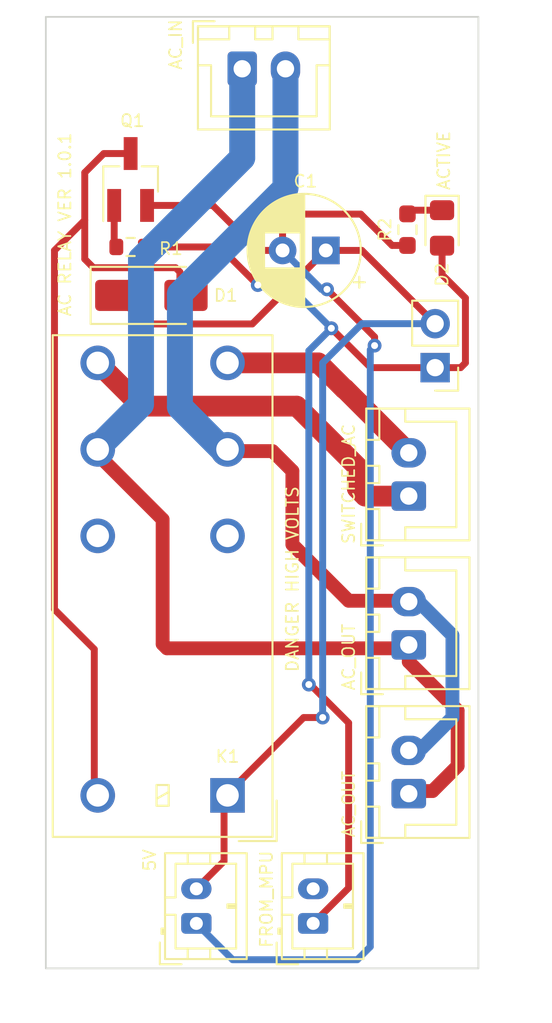
<source format=kicad_pcb>
(kicad_pcb (version 20221018) (generator pcbnew)
  (layers (0 "F.Cu" signal) (31 "B.Cu" signal) (34 "B.Paste" user) (35 "F.Paste" user) (36 "B.SilkS" user "B.Silkscreen") (37 "F.SilkS" user "F.Silkscreen") (38 "B.Mask" user) (39 "F.Mask" user) (44 "Edge.Cuts" user))
  (net 0 "")
  (net 1 "AC1")
  (net 2 "AC2")
  (net 3 "GND")
  (net 4 "5V")
  (net 5 "Net-(D1-A)")
  (net 6 "Net-(D2-K)")
  (net 7 "ACTIVATE")
  (net 8 "AC1OUT")
  (net 9 "AC2OUT")
  (net 11 "Net-(Q1-B)")
  (footprint "MountingHole:MountingHole_3.2mm_M3" (layer "F.Cu") (at 163.5 133.5)
    (fp_text reference "H1" hide)
    (fp_text value "MountingHole")
    (pad "" np_thru_hole circle (at 0 0) (size 3.2 3.2) (drill 3.2) (layers "*.Cu" "*.Mask"))
  )
  (footprint "Connector_JST:JST_XH_B2B-XH-A_1x02_P2.50mm_Vertical" (layer "F.Cu") (at 152.35 84)
    (fp_text reference "J6" hide)
    (fp_text value "Screw_Terminal_01x02")
    (fp_line (start -2.85 -2.75) (end -2.85 -1.5) (stroke (width 0.12)) (layer "F.SilkS"))
    (fp_line (start -2.56 -2.46) (end -2.56 3.51) (stroke (width 0.12)) (layer "F.SilkS"))
    (fp_line (start -2.56 3.51) (end 5.06 3.51) (stroke (width 0.12)) (layer "F.SilkS"))
    (fp_line (start -2.55 -2.45) (end -2.55 -1.7) (stroke (width 0.12)) (layer "F.SilkS"))
    (fp_line (start -2.55 -1.7) (end -0.75 -1.7) (stroke (width 0.12)) (layer "F.SilkS"))
    (fp_line (start -2.55 -0.2) (end -1.8 -0.2) (stroke (width 0.12)) (layer "F.SilkS"))
    (fp_line (start -1.8 -0.2) (end -1.8 2.75) (stroke (width 0.12)) (layer "F.SilkS"))
    (fp_line (start -1.8 2.75) (end 1.25 2.75) (stroke (width 0.12)) (layer "F.SilkS"))
    (fp_line (start -1.6 -2.75) (end -2.85 -2.75) (stroke (width 0.12)) (layer "F.SilkS"))
    (fp_line (start -0.75 -2.45) (end -2.55 -2.45) (stroke (width 0.12)) (layer "F.SilkS"))
    (fp_line (start -0.75 -1.7) (end -0.75 -2.45) (stroke (width 0.12)) (layer "F.SilkS"))
    (fp_line (start 0.75 -2.45) (end 0.75 -1.7) (stroke (width 0.12)) (layer "F.SilkS"))
    (fp_line (start 0.75 -1.7) (end 1.75 -1.7) (stroke (width 0.12)) (layer "F.SilkS"))
    (fp_line (start 1.75 -2.45) (end 0.75 -2.45) (stroke (width 0.12)) (layer "F.SilkS"))
    (fp_line (start 1.75 -1.7) (end 1.75 -2.45) (stroke (width 0.12)) (layer "F.SilkS"))
    (fp_line (start 3.25 -2.45) (end 3.25 -1.7) (stroke (width 0.12)) (layer "F.SilkS"))
    (fp_line (start 3.25 -1.7) (end 5.05 -1.7) (stroke (width 0.12)) (layer "F.SilkS"))
    (fp_line (start 4.3 -0.2) (end 4.3 2.75) (stroke (width 0.12)) (layer "F.SilkS"))
    (fp_line (start 4.3 2.75) (end 1.25 2.75) (stroke (width 0.12)) (layer "F.SilkS"))
    (fp_line (start 5.05 -2.45) (end 3.25 -2.45) (stroke (width 0.12)) (layer "F.SilkS"))
    (fp_line (start 5.05 -1.7) (end 5.05 -2.45) (stroke (width 0.12)) (layer "F.SilkS"))
    (fp_line (start 5.05 -0.2) (end 4.3 -0.2) (stroke (width 0.12)) (layer "F.SilkS"))
    (fp_line (start 5.06 -2.46) (end -2.56 -2.46) (stroke (width 0.12)) (layer "F.SilkS"))
    (fp_line (start 5.06 3.51) (end 5.06 -2.46) (stroke (width 0.12)) (layer "F.SilkS"))
    (pad "1" thru_hole roundrect (at 0 0) (size 1.7 2) (drill 1) (layers "*.Cu" "*.Mask") (roundrect_rratio 0.147059) (net 1 "AC1"))
    (pad "2" thru_hole oval (at 2.5 0) (size 1.7 2) (drill 1) (layers "*.Cu" "*.Mask") (net 2 "AC2"))
  )
  (footprint "Diode_SMD:D_SMA" (layer "F.Cu") (at 147.1 97.1)
    (fp_text reference "D1" (at 4.3 0 unlocked) (layer "F.SilkS") (effects (font (size 0.7 0.7) (thickness 0.1))))
    (fp_text value "1N4001")
    (fp_line (start -3.51 -1.65) (end -3.51 1.65) (stroke (width 0.12)) (layer "F.SilkS"))
    (fp_line (start -3.51 -1.65) (end 2 -1.65) (stroke (width 0.12)) (layer "F.SilkS"))
    (fp_line (start -3.51 1.65) (end 2 1.65) (stroke (width 0.12)) (layer "F.SilkS"))
    (pad "1" smd roundrect (at -2 0) (size 2.5 1.8) (layers "F.Cu" "F.Paste" "F.Mask") (roundrect_rratio 0.1388888889) (net 4 "5V"))
    (pad "2" smd roundrect (at 2 0) (size 2.5 1.8) (layers "F.Cu" "F.Paste" "F.Mask") (roundrect_rratio 0.1388888889) (net 5 "Net-(D1-A)"))
  )
  (footprint "MountingHole:MountingHole_3.2mm_M3" (layer "F.Cu") (at 164 83.5)
    (fp_text reference "H2" hide)
    (fp_text value "MountingHole")
    (pad "" np_thru_hole circle (at 0 0) (size 3.2 3.2) (drill 3.2) (layers "*.Cu" "*.Mask"))
  )
  (footprint "Connector_JST:JST_XH_B2B-XH-A_1x02_P2.50mm_Vertical" (layer "F.Cu") (at 161.975 108.7 90)
    (fp_text reference "J3" hide)
    (fp_text value "Screw_Terminal_01x02")
    (fp_line (start -2.85 -2.75) (end -2.85 -1.5) (stroke (width 0.12)) (layer "F.SilkS"))
    (fp_line (start -2.56 -2.46) (end -2.56 3.51) (stroke (width 0.12)) (layer "F.SilkS"))
    (fp_line (start -2.56 3.51) (end 5.06 3.51) (stroke (width 0.12)) (layer "F.SilkS"))
    (fp_line (start -2.55 -2.45) (end -2.55 -1.7) (stroke (width 0.12)) (layer "F.SilkS"))
    (fp_line (start -2.55 -1.7) (end -0.75 -1.7) (stroke (width 0.12)) (layer "F.SilkS"))
    (fp_line (start -2.55 -0.2) (end -1.8 -0.2) (stroke (width 0.12)) (layer "F.SilkS"))
    (fp_line (start -1.8 -0.2) (end -1.8 2.75) (stroke (width 0.12)) (layer "F.SilkS"))
    (fp_line (start -1.8 2.75) (end 1.25 2.75) (stroke (width 0.12)) (layer "F.SilkS"))
    (fp_line (start -1.6 -2.75) (end -2.85 -2.75) (stroke (width 0.12)) (layer "F.SilkS"))
    (fp_line (start -0.75 -2.45) (end -2.55 -2.45) (stroke (width 0.12)) (layer "F.SilkS"))
    (fp_line (start -0.75 -1.7) (end -0.75 -2.45) (stroke (width 0.12)) (layer "F.SilkS"))
    (fp_line (start 0.75 -2.45) (end 0.75 -1.7) (stroke (width 0.12)) (layer "F.SilkS"))
    (fp_line (start 0.75 -1.7) (end 1.75 -1.7) (stroke (width 0.12)) (layer "F.SilkS"))
    (fp_line (start 1.75 -2.45) (end 0.75 -2.45) (stroke (width 0.12)) (layer "F.SilkS"))
    (fp_line (start 1.75 -1.7) (end 1.75 -2.45) (stroke (width 0.12)) (layer "F.SilkS"))
    (fp_line (start 3.25 -2.45) (end 3.25 -1.7) (stroke (width 0.12)) (layer "F.SilkS"))
    (fp_line (start 3.25 -1.7) (end 5.05 -1.7) (stroke (width 0.12)) (layer "F.SilkS"))
    (fp_line (start 4.3 -0.2) (end 4.3 2.75) (stroke (width 0.12)) (layer "F.SilkS"))
    (fp_line (start 4.3 2.75) (end 1.25 2.75) (stroke (width 0.12)) (layer "F.SilkS"))
    (fp_line (start 5.05 -2.45) (end 3.25 -2.45) (stroke (width 0.12)) (layer "F.SilkS"))
    (fp_line (start 5.05 -1.7) (end 5.05 -2.45) (stroke (width 0.12)) (layer "F.SilkS"))
    (fp_line (start 5.05 -0.2) (end 4.3 -0.2) (stroke (width 0.12)) (layer "F.SilkS"))
    (fp_line (start 5.06 -2.46) (end -2.56 -2.46) (stroke (width 0.12)) (layer "F.SilkS"))
    (fp_line (start 5.06 3.51) (end 5.06 -2.46) (stroke (width 0.12)) (layer "F.SilkS"))
    (pad "1" thru_hole roundrect (at 0 0 90) (size 1.7 2) (drill 1) (layers "*.Cu" "*.Mask") (roundrect_rratio 0.147059) (net 9 "AC2OUT"))
    (pad "2" thru_hole oval (at 2.5 0 90) (size 1.7 2) (drill 1) (layers "*.Cu" "*.Mask") (net 8 "AC1OUT"))
  )
  (footprint "MountingHole:MountingHole_3.2mm_M3" (layer "F.Cu") (at 143.5 83.5)
    (fp_text reference "H4" hide)
    (fp_text value "MountingHole")
    (pad "" np_thru_hole circle (at 0 0) (size 3.2 3.2) (drill 3.2) (layers "*.Cu" "*.Mask"))
  )
  (footprint "Connector_JST:JST_XH_B2B-XH-A_1x02_P2.50mm_Vertical" (layer "F.Cu") (at 161.975 125.9 90)
    (fp_text reference "J5" hide)
    (fp_text value "Screw_Terminal_01x02")
    (fp_line (start -2.85 -2.75) (end -2.85 -1.5) (stroke (width 0.12)) (layer "F.SilkS"))
    (fp_line (start -2.56 -2.46) (end -2.56 3.51) (stroke (width 0.12)) (layer "F.SilkS"))
    (fp_line (start -2.56 3.51) (end 5.06 3.51) (stroke (width 0.12)) (layer "F.SilkS"))
    (fp_line (start -2.55 -2.45) (end -2.55 -1.7) (stroke (width 0.12)) (layer "F.SilkS"))
    (fp_line (start -2.55 -1.7) (end -0.75 -1.7) (stroke (width 0.12)) (layer "F.SilkS"))
    (fp_line (start -2.55 -0.2) (end -1.8 -0.2) (stroke (width 0.12)) (layer "F.SilkS"))
    (fp_line (start -1.8 -0.2) (end -1.8 2.75) (stroke (width 0.12)) (layer "F.SilkS"))
    (fp_line (start -1.8 2.75) (end 1.25 2.75) (stroke (width 0.12)) (layer "F.SilkS"))
    (fp_line (start -1.6 -2.75) (end -2.85 -2.75) (stroke (width 0.12)) (layer "F.SilkS"))
    (fp_line (start -0.75 -2.45) (end -2.55 -2.45) (stroke (width 0.12)) (layer "F.SilkS"))
    (fp_line (start -0.75 -1.7) (end -0.75 -2.45) (stroke (width 0.12)) (layer "F.SilkS"))
    (fp_line (start 0.75 -2.45) (end 0.75 -1.7) (stroke (width 0.12)) (layer "F.SilkS"))
    (fp_line (start 0.75 -1.7) (end 1.75 -1.7) (stroke (width 0.12)) (layer "F.SilkS"))
    (fp_line (start 1.75 -2.45) (end 0.75 -2.45) (stroke (width 0.12)) (layer "F.SilkS"))
    (fp_line (start 1.75 -1.7) (end 1.75 -2.45) (stroke (width 0.12)) (layer "F.SilkS"))
    (fp_line (start 3.25 -2.45) (end 3.25 -1.7) (stroke (width 0.12)) (layer "F.SilkS"))
    (fp_line (start 3.25 -1.7) (end 5.05 -1.7) (stroke (width 0.12)) (layer "F.SilkS"))
    (fp_line (start 4.3 -0.2) (end 4.3 2.75) (stroke (width 0.12)) (layer "F.SilkS"))
    (fp_line (start 4.3 2.75) (end 1.25 2.75) (stroke (width 0.12)) (layer "F.SilkS"))
    (fp_line (start 5.05 -2.45) (end 3.25 -2.45) (stroke (width 0.12)) (layer "F.SilkS"))
    (fp_line (start 5.05 -1.7) (end 5.05 -2.45) (stroke (width 0.12)) (layer "F.SilkS"))
    (fp_line (start 5.05 -0.2) (end 4.3 -0.2) (stroke (width 0.12)) (layer "F.SilkS"))
    (fp_line (start 5.06 -2.46) (end -2.56 -2.46) (stroke (width 0.12)) (layer "F.SilkS"))
    (fp_line (start 5.06 3.51) (end 5.06 -2.46) (stroke (width 0.12)) (layer "F.SilkS"))
    (pad "1" thru_hole roundrect (at 0 0 90) (size 1.7 2) (drill 1) (layers "*.Cu" "*.Mask") (roundrect_rratio 0.147059) (net 1 "AC1"))
    (pad "2" thru_hole oval (at 2.5 0 90) (size 1.7 2) (drill 1) (layers "*.Cu" "*.Mask") (net 2 "AC2"))
  )
  (footprint "Connector_PinHeader_2.54mm:PinHeader_1x02_P2.54mm_Vertical" (layer "F.Cu") (at 163.5 101.275 180)
    (fp_text reference "J2" hide)
    (fp_text value "Conn_01x02_Male")
    (fp_line (start -1.33 -1.33) (end 0 -1.33) (stroke (width 0.12)) (layer "F.SilkS"))
    (fp_line (start -1.33 0) (end -1.33 -1.33) (stroke (width 0.12)) (layer "F.SilkS"))
    (fp_line (start -1.33 1.27) (end -1.33 3.87) (stroke (width 0.12)) (layer "F.SilkS"))
    (fp_line (start -1.33 1.27) (end 1.33 1.27) (stroke (width 0.12)) (layer "F.SilkS"))
    (fp_line (start -1.33 3.87) (end 1.33 3.87) (stroke (width 0.12)) (layer "F.SilkS"))
    (fp_line (start 1.33 1.27) (end 1.33 3.87) (stroke (width 0.12)) (layer "F.SilkS"))
    (pad "1" thru_hole rect (at 0 0 180) (size 1.7 1.7) (drill 1) (layers "*.Cu" "*.Mask") (net 7 "ACTIVATE"))
    (pad "2" thru_hole oval (at 0 2.54 180) (size 1.7 1.7) (drill 1) (layers "*.Cu" "*.Mask") (net 4 "5V"))
  )
  (footprint "Package_TO_SOT_SMD:SOT-23_Handsoldering" (layer "F.Cu") (at 145.9 90.4 90)
    (fp_text reference "Q1" (at 3.4 0.1 unlocked) (layer "F.SilkS") (effects (font (size 0.7 0.7) (thickness 0.1))))
    (fp_text value "2SC1945")
    (fp_line (start 0.76 -1.58) (end -2.4 -1.58) (stroke (width 0.12)) (layer "F.SilkS"))
    (fp_line (start 0.76 -1.58) (end 0.76 -0.65) (stroke (width 0.12)) (layer "F.SilkS"))
    (fp_line (start 0.76 1.58) (end -0.7 1.58) (stroke (width 0.12)) (layer "F.SilkS"))
    (fp_line (start 0.76 1.58) (end 0.76 0.65) (stroke (width 0.12)) (layer "F.SilkS"))
    (pad "1" smd rect (at -1.5 -0.95 90) (size 1.9 0.8) (layers "F.Cu" "F.Paste" "F.Mask") (net 11 "Net-(Q1-B)"))
    (pad "2" smd rect (at -1.5 0.95 90) (size 1.9 0.8) (layers "F.Cu" "F.Paste" "F.Mask") (net 3 "GND"))
    (pad "3" smd rect (at 1.5 0 90) (size 1.9 0.8) (layers "F.Cu" "F.Paste" "F.Mask") (net 5 "Net-(D1-A)"))
  )
  (footprint "Diode_SMD:D_0805_2012Metric_Pad1.15x1.40mm_HandSolder" (layer "F.Cu") (at 163.9 93.2 -90)
    (fp_text reference "D2" (at 2.7 0 -270 unlocked) (layer "F.SilkS") (effects (font (size 0.7 0.7) (thickness 0.1))))
    (fp_text value "YELLOW")
    (fp_line (start -1.86 -0.96) (end -1.86 0.96) (stroke (width 0.12)) (layer "F.SilkS"))
    (fp_line (start -1.86 0.96) (end 1 0.96) (stroke (width 0.12)) (layer "F.SilkS"))
    (fp_line (start 1 -0.96) (end -1.86 -0.96) (stroke (width 0.12)) (layer "F.SilkS"))
    (pad "1" smd roundrect (at -1.025 0 270) (size 1.15 1.4) (layers "F.Cu" "F.Paste" "F.Mask") (roundrect_rratio 0.217391) (net 6 "Net-(D2-K)"))
    (pad "2" smd roundrect (at 1.025 0 270) (size 1.15 1.4) (layers "F.Cu" "F.Paste" "F.Mask") (roundrect_rratio 0.217391) (net 7 "ACTIVATE"))
  )
  (footprint "Resistor_SMD:R_0603_1608Metric_Pad0.98x0.95mm_HandSolder" (layer "F.Cu") (at 161.9 93.3 -90)
    (fp_text reference "R2" (at 0 1.3 90 unlocked) (layer "F.SilkS") (effects (font (size 0.7 0.7) (thickness 0.1))))
    (fp_text value "430R")
    (fp_line (start -0.254724 -0.5225) (end 0.254724 -0.5225) (stroke (width 0.12)) (layer "F.SilkS"))
    (fp_line (start -0.254724 0.5225) (end 0.254724 0.5225) (stroke (width 0.12)) (layer "F.SilkS"))
    (pad "1" smd roundrect (at -0.9125 0 270) (size 0.975 0.95) (layers "F.Cu" "F.Paste" "F.Mask") (net 6 "Net-(D2-K)"))
    (pad "2" smd roundrect (at 0.9125 0 270) (size 0.975 0.95) (layers "F.Cu" "F.Paste" "F.Mask") (net 3 "GND"))
  )
  (footprint "Connector_JST:JST_XH_B2B-XH-A_1x02_P2.50mm_Vertical" (layer "F.Cu") (at 161.975 117.3 90)
    (fp_text reference "J7" hide)
    (fp_text value "Screw_Terminal_01x02")
    (fp_line (start -2.85 -2.75) (end -2.85 -1.5) (stroke (width 0.12)) (layer "F.SilkS"))
    (fp_line (start -2.56 -2.46) (end -2.56 3.51) (stroke (width 0.12)) (layer "F.SilkS"))
    (fp_line (start -2.56 3.51) (end 5.06 3.51) (stroke (width 0.12)) (layer "F.SilkS"))
    (fp_line (start -2.55 -2.45) (end -2.55 -1.7) (stroke (width 0.12)) (layer "F.SilkS"))
    (fp_line (start -2.55 -1.7) (end -0.75 -1.7) (stroke (width 0.12)) (layer "F.SilkS"))
    (fp_line (start -2.55 -0.2) (end -1.8 -0.2) (stroke (width 0.12)) (layer "F.SilkS"))
    (fp_line (start -1.8 -0.2) (end -1.8 2.75) (stroke (width 0.12)) (layer "F.SilkS"))
    (fp_line (start -1.8 2.75) (end 1.25 2.75) (stroke (width 0.12)) (layer "F.SilkS"))
    (fp_line (start -1.6 -2.75) (end -2.85 -2.75) (stroke (width 0.12)) (layer "F.SilkS"))
    (fp_line (start -0.75 -2.45) (end -2.55 -2.45) (stroke (width 0.12)) (layer "F.SilkS"))
    (fp_line (start -0.75 -1.7) (end -0.75 -2.45) (stroke (width 0.12)) (layer "F.SilkS"))
    (fp_line (start 0.75 -2.45) (end 0.75 -1.7) (stroke (width 0.12)) (layer "F.SilkS"))
    (fp_line (start 0.75 -1.7) (end 1.75 -1.7) (stroke (width 0.12)) (layer "F.SilkS"))
    (fp_line (start 1.75 -2.45) (end 0.75 -2.45) (stroke (width 0.12)) (layer "F.SilkS"))
    (fp_line (start 1.75 -1.7) (end 1.75 -2.45) (stroke (width 0.12)) (layer "F.SilkS"))
    (fp_line (start 3.25 -2.45) (end 3.25 -1.7) (stroke (width 0.12)) (layer "F.SilkS"))
    (fp_line (start 3.25 -1.7) (end 5.05 -1.7) (stroke (width 0.12)) (layer "F.SilkS"))
    (fp_line (start 4.3 -0.2) (end 4.3 2.75) (stroke (width 0.12)) (layer "F.SilkS"))
    (fp_line (start 4.3 2.75) (end 1.25 2.75) (stroke (width 0.12)) (layer "F.SilkS"))
    (fp_line (start 5.05 -2.45) (end 3.25 -2.45) (stroke (width 0.12)) (layer "F.SilkS"))
    (fp_line (start 5.05 -1.7) (end 5.05 -2.45) (stroke (width 0.12)) (layer "F.SilkS"))
    (fp_line (start 5.05 -0.2) (end 4.3 -0.2) (stroke (width 0.12)) (layer "F.SilkS"))
    (fp_line (start 5.06 -2.46) (end -2.56 -2.46) (stroke (width 0.12)) (layer "F.SilkS"))
    (fp_line (start 5.06 3.51) (end 5.06 -2.46) (stroke (width 0.12)) (layer "F.SilkS"))
    (pad "1" thru_hole roundrect (at 0 0 90) (size 1.7 2) (drill 1) (layers "*.Cu" "*.Mask") (roundrect_rratio 0.147059) (net 1 "AC1"))
    (pad "2" thru_hole oval (at 2.5 0 90) (size 1.7 2) (drill 1) (layers "*.Cu" "*.Mask") (net 2 "AC2"))
  )
  (footprint "Connector_JST:JST_PH_B2B-PH-K_1x02_P2.00mm_Vertical" (layer "F.Cu") (at 156.45 133.4 90)
    (fp_text reference "J1" hide)
    (fp_text value "Conn_01x02_Male")
    (fp_line (start -2.36 -2.11) (end -2.36 -0.86) (stroke (width 0.12)) (layer "F.SilkS"))
    (fp_line (start -2.06 -1.81) (end -2.06 2.91) (stroke (width 0.12)) (layer "F.SilkS"))
    (fp_line (start -2.06 -0.5) (end -1.45 -0.5) (stroke (width 0.12)) (layer "F.SilkS"))
    (fp_line (start -2.06 0.8) (end -1.45 0.8) (stroke (width 0.12)) (layer "F.SilkS"))
    (fp_line (start -2.06 2.91) (end 4.06 2.91) (stroke (width 0.12)) (layer "F.SilkS"))
    (fp_line (start -1.45 -1.2) (end -1.45 2.3) (stroke (width 0.12)) (layer "F.SilkS"))
    (fp_line (start -1.45 2.3) (end 3.45 2.3) (stroke (width 0.12)) (layer "F.SilkS"))
    (fp_line (start -1.11 -2.11) (end -2.36 -2.11) (stroke (width 0.12)) (layer "F.SilkS"))
    (fp_line (start -0.6 -2.01) (end -0.6 -1.81) (stroke (width 0.12)) (layer "F.SilkS"))
    (fp_line (start -0.3 -2.01) (end -0.6 -2.01) (stroke (width 0.12)) (layer "F.SilkS"))
    (fp_line (start -0.3 -1.91) (end -0.6 -1.91) (stroke (width 0.12)) (layer "F.SilkS"))
    (fp_line (start -0.3 -1.81) (end -0.3 -2.01) (stroke (width 0.12)) (layer "F.SilkS"))
    (fp_line (start 0.5 -1.81) (end 0.5 -1.2) (stroke (width 0.12)) (layer "F.SilkS"))
    (fp_line (start 0.5 -1.2) (end -1.45 -1.2) (stroke (width 0.12)) (layer "F.SilkS"))
    (fp_line (start 0.9 1.8) (end 1.1 1.8) (stroke (width 0.12)) (layer "F.SilkS"))
    (fp_line (start 0.9 2.3) (end 0.9 1.8) (stroke (width 0.12)) (layer "F.SilkS"))
    (fp_line (start 1 2.3) (end 1 1.8) (stroke (width 0.12)) (layer "F.SilkS"))
    (fp_line (start 1.1 1.8) (end 1.1 2.3) (stroke (width 0.12)) (layer "F.SilkS"))
    (fp_line (start 1.5 -1.2) (end 1.5 -1.81) (stroke (width 0.12)) (layer "F.SilkS"))
    (fp_line (start 3.45 -1.2) (end 1.5 -1.2) (stroke (width 0.12)) (layer "F.SilkS"))
    (fp_line (start 3.45 2.3) (end 3.45 -1.2) (stroke (width 0.12)) (layer "F.SilkS"))
    (fp_line (start 4.06 -1.81) (end -2.06 -1.81) (stroke (width 0.12)) (layer "F.SilkS"))
    (fp_line (start 4.06 -0.5) (end 3.45 -0.5) (stroke (width 0.12)) (layer "F.SilkS"))
    (fp_line (start 4.06 0.8) (end 3.45 0.8) (stroke (width 0.12)) (layer "F.SilkS"))
    (fp_line (start 4.06 2.91) (end 4.06 -1.81) (stroke (width 0.12)) (layer "F.SilkS"))
    (pad "1" thru_hole roundrect (at 0 0 90) (size 1.2 1.75) (drill 0.75) (layers "*.Cu" "*.Mask") (roundrect_rratio 0.208333) (net 7 "ACTIVATE"))
    (pad "2" thru_hole oval (at 2 0 90) (size 1.2 1.75) (drill 0.75) (layers "*.Cu" "*.Mask"))
  )
  (footprint "Relay_THT:Relay_DPDT_Omron_G2RL-2" (layer "F.Cu") (at 151.5 126 180)
    (fp_text reference "K1" (at 0 2.25 unlocked) (layer "F.SilkS") (effects (font (size 0.7 0.7) (thickness 0.1))))
    (fp_text value "Relay_DPDT")
    (fp_line (start -2.84 -2.64) (end -0.65 -2.64) (stroke (width 0.12)) (layer "F.SilkS"))
    (fp_line (start -2.84 -0.3) (end -2.84 -2.64) (stroke (width 0.12)) (layer "F.SilkS"))
    (fp_line (start -2.6 -2.4) (end -2.6 26.6) (stroke (width 0.12)) (layer "F.SilkS"))
    (fp_line (start -2.6 26.6) (end 10.1 26.6) (stroke (width 0.12)) (layer "F.SilkS"))
    (fp_line (start 3.4 -0.6) (end 3.4 0.6) (stroke (width 0.12)) (layer "F.SilkS"))
    (fp_line (start 3.4 0.2) (end 4.1 -0.2) (stroke (width 0.12)) (layer "F.SilkS"))
    (fp_line (start 3.4 0.6) (end 4.1 0.6) (stroke (width 0.12)) (layer "F.SilkS"))
    (fp_line (start 4.1 -0.6) (end 3.4 -0.6) (stroke (width 0.12)) (layer "F.SilkS"))
    (fp_line (start 4.1 0.6) (end 4.1 -0.6) (stroke (width 0.12)) (layer "F.SilkS"))
    (fp_line (start 10.1 -2.4) (end -2.6 -2.4) (stroke (width 0.12)) (layer "F.SilkS"))
    (fp_line (start 10.1 26.6) (end 10.1 -2.4) (stroke (width 0.12)) (layer "F.SilkS"))
    (pad "11" thru_hole circle (at 0 20 180) (size 2 2) (drill 1.3) (layers "*.Cu" "*.Mask") (net 2 "AC2"))
    (pad "12" thru_hole circle (at 0 15 180) (size 2 2) (drill 1.3) (layers "*.Cu" "*.Mask"))
    (pad "14" thru_hole circle (at 0 25 180) (size 2 2) (drill 1.3) (layers "*.Cu" "*.Mask") (net 8 "AC1OUT"))
    (pad "21" thru_hole circle (at 7.5 20 180) (size 2 2) (drill 1.3) (layers "*.Cu" "*.Mask") (net 1 "AC1"))
    (pad "22" thru_hole circle (at 7.5 15 180) (size 2 2) (drill 1.3) (layers "*.Cu" "*.Mask"))
    (pad "24" thru_hole circle (at 7.5 25 180) (size 2 2) (drill 1.3) (layers "*.Cu" "*.Mask") (net 9 "AC2OUT"))
    (pad "A1" thru_hole rect (at 0 0 180) (size 2 2) (drill 1.3) (layers "*.Cu" "*.Mask") (net 4 "5V"))
    (pad "A2" thru_hole circle (at 7.5 0 180) (size 2 2) (drill 1.3) (layers "*.Cu" "*.Mask") (net 5 "Net-(D1-A)"))
  )
  (footprint "MountingHole:MountingHole_3.2mm_M3" (layer "F.Cu") (at 143.5 133.5)
    (fp_text reference "H3" hide)
    (fp_text value "MountingHole")
    (pad "" np_thru_hole circle (at 0 0) (size 3.2 3.2) (drill 3.2) (layers "*.Cu" "*.Mask"))
  )
  (footprint "Resistor_SMD:R_0603_1608Metric" (layer "F.Cu") (at 145.9 94.3 180)
    (fp_text reference "R1" (at -2.33 -0.1 unlocked) (layer "F.SilkS") (effects (font (size 0.7 0.7) (thickness 0.1))))
    (fp_text value "1K")
    (fp_line (start -0.237258 -0.5225) (end 0.237258 -0.5225) (stroke (width 0.12)) (layer "F.SilkS"))
    (fp_line (start -0.237258 0.5225) (end 0.237258 0.5225) (stroke (width 0.12)) (layer "F.SilkS"))
    (pad "1" smd roundrect (at -0.825 0 180) (size 0.8 0.95) (layers "F.Cu" "F.Paste" "F.Mask") (net 7 "ACTIVATE"))
    (pad "2" smd roundrect (at 0.825 0 180) (size 0.8 0.95) (layers "F.Cu" "F.Paste" "F.Mask") (net 11 "Net-(Q1-B)"))
  )
  (footprint "Connector_JST:JST_PH_B2B-PH-K_1x02_P2.00mm_Vertical" (layer "F.Cu") (at 149.7 133.4 90)
    (fp_text reference "J4" hide)
    (fp_text value "Conn_01x02_Male")
    (fp_line (start -2.36 -2.11) (end -2.36 -0.86) (stroke (width 0.12)) (layer "F.SilkS"))
    (fp_line (start -2.06 -1.81) (end -2.06 2.91) (stroke (width 0.12)) (layer "F.SilkS"))
    (fp_line (start -2.06 -0.5) (end -1.45 -0.5) (stroke (width 0.12)) (layer "F.SilkS"))
    (fp_line (start -2.06 0.8) (end -1.45 0.8) (stroke (width 0.12)) (layer "F.SilkS"))
    (fp_line (start -2.06 2.91) (end 4.06 2.91) (stroke (width 0.12)) (layer "F.SilkS"))
    (fp_line (start -1.45 -1.2) (end -1.45 2.3) (stroke (width 0.12)) (layer "F.SilkS"))
    (fp_line (start -1.45 2.3) (end 3.45 2.3) (stroke (width 0.12)) (layer "F.SilkS"))
    (fp_line (start -1.11 -2.11) (end -2.36 -2.11) (stroke (width 0.12)) (layer "F.SilkS"))
    (fp_line (start -0.6 -2.01) (end -0.6 -1.81) (stroke (width 0.12)) (layer "F.SilkS"))
    (fp_line (start -0.3 -2.01) (end -0.6 -2.01) (stroke (width 0.12)) (layer "F.SilkS"))
    (fp_line (start -0.3 -1.91) (end -0.6 -1.91) (stroke (width 0.12)) (layer "F.SilkS"))
    (fp_line (start -0.3 -1.81) (end -0.3 -2.01) (stroke (width 0.12)) (layer "F.SilkS"))
    (fp_line (start 0.5 -1.81) (end 0.5 -1.2) (stroke (width 0.12)) (layer "F.SilkS"))
    (fp_line (start 0.5 -1.2) (end -1.45 -1.2) (stroke (width 0.12)) (layer "F.SilkS"))
    (fp_line (start 0.9 1.8) (end 1.1 1.8) (stroke (width 0.12)) (layer "F.SilkS"))
    (fp_line (start 0.9 2.3) (end 0.9 1.8) (stroke (width 0.12)) (layer "F.SilkS"))
    (fp_line (start 1 2.3) (end 1 1.8) (stroke (width 0.12)) (layer "F.SilkS"))
    (fp_line (start 1.1 1.8) (end 1.1 2.3) (stroke (width 0.12)) (layer "F.SilkS"))
    (fp_line (start 1.5 -1.2) (end 1.5 -1.81) (stroke (width 0.12)) (layer "F.SilkS"))
    (fp_line (start 3.45 -1.2) (end 1.5 -1.2) (stroke (width 0.12)) (layer "F.SilkS"))
    (fp_line (start 3.45 2.3) (end 3.45 -1.2) (stroke (width 0.12)) (layer "F.SilkS"))
    (fp_line (start 4.06 -1.81) (end -2.06 -1.81) (stroke (width 0.12)) (layer "F.SilkS"))
    (fp_line (start 4.06 -0.5) (end 3.45 -0.5) (stroke (width 0.12)) (layer "F.SilkS"))
    (fp_line (start 4.06 0.8) (end 3.45 0.8) (stroke (width 0.12)) (layer "F.SilkS"))
    (fp_line (start 4.06 2.91) (end 4.06 -1.81) (stroke (width 0.12)) (layer "F.SilkS"))
    (pad "1" thru_hole roundrect (at 0 0 90) (size 1.2 1.75) (drill 0.75) (layers "*.Cu" "*.Mask") (roundrect_rratio 0.208333) (net 3 "GND"))
    (pad "2" thru_hole oval (at 2 0 90) (size 1.2 1.75) (drill 0.75) (layers "*.Cu" "*.Mask") (net 4 "5V"))
  )
  (footprint "Capacitor_THT:CP_Radial_D6.3mm_P2.50mm" (layer "F.Cu") (at 157.18238 94.5 180)
    (fp_text reference "C1" (at 1.18238 4 unlocked) (layer "F.SilkS") (effects (font (size 0.7 0.7) (thickness 0.1))))
    (fp_text value "C_Polarized")
    (fp_line (start -2.250241 -1.839) (end -1.620241 -1.839) (stroke (width 0.12)) (layer "F.SilkS"))
    (fp_line (start -1.935241 -2.154) (end -1.935241 -1.524) (stroke (width 0.12)) (layer "F.SilkS"))
    (fp_line (start 1.25 -3.23) (end 1.25 3.23) (stroke (width 0.12)) (layer "F.SilkS"))
    (fp_line (start 1.29 -3.23) (end 1.29 3.23) (stroke (width 0.12)) (layer "F.SilkS"))
    (fp_line (start 1.33 -3.23) (end 1.33 3.23) (stroke (width 0.12)) (layer "F.SilkS"))
    (fp_line (start 1.37 -3.228) (end 1.37 3.228) (stroke (width 0.12)) (layer "F.SilkS"))
    (fp_line (start 1.41 -3.227) (end 1.41 3.227) (stroke (width 0.12)) (layer "F.SilkS"))
    (fp_line (start 1.45 -3.224) (end 1.45 3.224) (stroke (width 0.12)) (layer "F.SilkS"))
    (fp_line (start 1.49 -3.222) (end 1.49 -1.04) (stroke (width 0.12)) (layer "F.SilkS"))
    (fp_line (start 1.49 1.04) (end 1.49 3.222) (stroke (width 0.12)) (layer "F.SilkS"))
    (fp_line (start 1.53 -3.218) (end 1.53 -1.04) (stroke (width 0.12)) (layer "F.SilkS"))
    (fp_line (start 1.53 1.04) (end 1.53 3.218) (stroke (width 0.12)) (layer "F.SilkS"))
    (fp_line (start 1.57 -3.215) (end 1.57 -1.04) (stroke (width 0.12)) (layer "F.SilkS"))
    (fp_line (start 1.57 1.04) (end 1.57 3.215) (stroke (width 0.12)) (layer "F.SilkS"))
    (fp_line (start 1.61 -3.211) (end 1.61 -1.04) (stroke (width 0.12)) (layer "F.SilkS"))
    (fp_line (start 1.61 1.04) (end 1.61 3.211) (stroke (width 0.12)) (layer "F.SilkS"))
    (fp_line (start 1.65 -3.206) (end 1.65 -1.04) (stroke (width 0.12)) (layer "F.SilkS"))
    (fp_line (start 1.65 1.04) (end 1.65 3.206) (stroke (width 0.12)) (layer "F.SilkS"))
    (fp_line (start 1.69 -3.201) (end 1.69 -1.04) (stroke (width 0.12)) (layer "F.SilkS"))
    (fp_line (start 1.69 1.04) (end 1.69 3.201) (stroke (width 0.12)) (layer "F.SilkS"))
    (fp_line (start 1.73 -3.195) (end 1.73 -1.04) (stroke (width 0.12)) (layer "F.SilkS"))
    (fp_line (start 1.73 1.04) (end 1.73 3.195) (stroke (width 0.12)) (layer "F.SilkS"))
    (fp_line (start 1.77 -3.189) (end 1.77 -1.04) (stroke (width 0.12)) (layer "F.SilkS"))
    (fp_line (start 1.77 1.04) (end 1.77 3.189) (stroke (width 0.12)) (layer "F.SilkS"))
    (fp_line (start 1.81 -3.182) (end 1.81 -1.04) (stroke (width 0.12)) (layer "F.SilkS"))
    (fp_line (start 1.81 1.04) (end 1.81 3.182) (stroke (width 0.12)) (layer "F.SilkS"))
    (fp_line (start 1.85 -3.175) (end 1.85 -1.04) (stroke (width 0.12)) (layer "F.SilkS"))
    (fp_line (start 1.85 1.04) (end 1.85 3.175) (stroke (width 0.12)) (layer "F.SilkS"))
    (fp_line (start 1.89 -3.167) (end 1.89 -1.04) (stroke (width 0.12)) (layer "F.SilkS"))
    (fp_line (start 1.89 1.04) (end 1.89 3.167) (stroke (width 0.12)) (layer "F.SilkS"))
    (fp_line (start 1.93 -3.159) (end 1.93 -1.04) (stroke (width 0.12)) (layer "F.SilkS"))
    (fp_line (start 1.93 1.04) (end 1.93 3.159) (stroke (width 0.12)) (layer "F.SilkS"))
    (fp_line (start 1.971 -3.15) (end 1.971 -1.04) (stroke (width 0.12)) (layer "F.SilkS"))
    (fp_line (start 1.971 1.04) (end 1.971 3.15) (stroke (width 0.12)) (layer "F.SilkS"))
    (fp_line (start 2.011 -3.141) (end 2.011 -1.04) (stroke (width 0.12)) (layer "F.SilkS"))
    (fp_line (start 2.011 1.04) (end 2.011 3.141) (stroke (width 0.12)) (layer "F.SilkS"))
    (fp_line (start 2.051 -3.131) (end 2.051 -1.04) (stroke (width 0.12)) (layer "F.SilkS"))
    (fp_line (start 2.051 1.04) (end 2.051 3.131) (stroke (width 0.12)) (layer "F.SilkS"))
    (fp_line (start 2.091 -3.121) (end 2.091 -1.04) (stroke (width 0.12)) (layer "F.SilkS"))
    (fp_line (start 2.091 1.04) (end 2.091 3.121) (stroke (width 0.12)) (layer "F.SilkS"))
    (fp_line (start 2.131 -3.11) (end 2.131 -1.04) (stroke (width 0.12)) (layer "F.SilkS"))
    (fp_line (start 2.131 1.04) (end 2.131 3.11) (stroke (width 0.12)) (layer "F.SilkS"))
    (fp_line (start 2.171 -3.098) (end 2.171 -1.04) (stroke (width 0.12)) (layer "F.SilkS"))
    (fp_line (start 2.171 1.04) (end 2.171 3.098) (stroke (width 0.12)) (layer "F.SilkS"))
    (fp_line (start 2.211 -3.086) (end 2.211 -1.04) (stroke (width 0.12)) (layer "F.SilkS"))
    (fp_line (start 2.211 1.04) (end 2.211 3.086) (stroke (width 0.12)) (layer "F.SilkS"))
    (fp_line (start 2.251 -3.074) (end 2.251 -1.04) (stroke (width 0.12)) (layer "F.SilkS"))
    (fp_line (start 2.251 1.04) (end 2.251 3.074) (stroke (width 0.12)) (layer "F.SilkS"))
    (fp_line (start 2.291 -3.061) (end 2.291 -1.04) (stroke (width 0.12)) (layer "F.SilkS"))
    (fp_line (start 2.291 1.04) (end 2.291 3.061) (stroke (width 0.12)) (layer "F.SilkS"))
    (fp_line (start 2.331 -3.047) (end 2.331 -1.04) (stroke (width 0.12)) (layer "F.SilkS"))
    (fp_line (start 2.331 1.04) (end 2.331 3.047) (stroke (width 0.12)) (layer "F.SilkS"))
    (fp_line (start 2.371 -3.033) (end 2.371 -1.04) (stroke (width 0.12)) (layer "F.SilkS"))
    (fp_line (start 2.371 1.04) (end 2.371 3.033) (stroke (width 0.12)) (layer "F.SilkS"))
    (fp_line (start 2.411 -3.018) (end 2.411 -1.04) (stroke (width 0.12)) (layer "F.SilkS"))
    (fp_line (start 2.411 1.04) (end 2.411 3.018) (stroke (width 0.12)) (layer "F.SilkS"))
    (fp_line (start 2.451 -3.002) (end 2.451 -1.04) (stroke (width 0.12)) (layer "F.SilkS"))
    (fp_line (start 2.451 1.04) (end 2.451 3.002) (stroke (width 0.12)) (layer "F.SilkS"))
    (fp_line (start 2.491 -2.986) (end 2.491 -1.04) (stroke (width 0.12)) (layer "F.SilkS"))
    (fp_line (start 2.491 1.04) (end 2.491 2.986) (stroke (width 0.12)) (layer "F.SilkS"))
    (fp_line (start 2.531 -2.97) (end 2.531 -1.04) (stroke (width 0.12)) (layer "F.SilkS"))
    (fp_line (start 2.531 1.04) (end 2.531 2.97) (stroke (width 0.12)) (layer "F.SilkS"))
    (fp_line (start 2.571 -2.952) (end 2.571 -1.04) (stroke (width 0.12)) (layer "F.SilkS"))
    (fp_line (start 2.571 1.04) (end 2.571 2.952) (stroke (width 0.12)) (layer "F.SilkS"))
    (fp_line (start 2.611 -2.934) (end 2.611 -1.04) (stroke (width 0.12)) (layer "F.SilkS"))
    (fp_line (start 2.611 1.04) (end 2.611 2.934) (stroke (width 0.12)) (layer "F.SilkS"))
    (fp_line (start 2.651 -2.916) (end 2.651 -1.04) (stroke (width 0.12)) (layer "F.SilkS"))
    (fp_line (start 2.651 1.04) (end 2.651 2.916) (stroke (width 0.12)) (layer "F.SilkS"))
    (fp_line (start 2.691 -2.896) (end 2.691 -1.04) (stroke (width 0.12)) (layer "F.SilkS"))
    (fp_line (start 2.691 1.04) (end 2.691 2.896) (stroke (width 0.12)) (layer "F.SilkS"))
    (fp_line (start 2.731 -2.876) (end 2.731 -1.04) (stroke (width 0.12)) (layer "F.SilkS"))
    (fp_line (start 2.731 1.04) (end 2.731 2.876) (stroke (width 0.12)) (layer "F.SilkS"))
    (fp_line (start 2.771 -2.856) (end 2.771 -1.04) (stroke (width 0.12)) (layer "F.SilkS"))
    (fp_line (start 2.771 1.04) (end 2.771 2.856) (stroke (width 0.12)) (layer "F.SilkS"))
    (fp_line (start 2.811 -2.834) (end 2.811 -1.04) (stroke (width 0.12)) (layer "F.SilkS"))
    (fp_line (start 2.811 1.04) (end 2.811 2.834) (stroke (width 0.12)) (layer "F.SilkS"))
    (fp_line (start 2.851 -2.812) (end 2.851 -1.04) (stroke (width 0.12)) (layer "F.SilkS"))
    (fp_line (start 2.851 1.04) (end 2.851 2.812) (stroke (width 0.12)) (layer "F.SilkS"))
    (fp_line (start 2.891 -2.79) (end 2.891 -1.04) (stroke (width 0.12)) (layer "F.SilkS"))
    (fp_line (start 2.891 1.04) (end 2.891 2.79) (stroke (width 0.12)) (layer "F.SilkS"))
    (fp_line (start 2.931 -2.766) (end 2.931 -1.04) (stroke (width 0.12)) (layer "F.SilkS"))
    (fp_line (start 2.931 1.04) (end 2.931 2.766) (stroke (width 0.12)) (layer "F.SilkS"))
    (fp_line (start 2.971 -2.742) (end 2.971 -1.04) (stroke (width 0.12)) (layer "F.SilkS"))
    (fp_line (start 2.971 1.04) (end 2.971 2.742) (stroke (width 0.12)) (layer "F.SilkS"))
    (fp_line (start 3.011 -2.716) (end 3.011 -1.04) (stroke (width 0.12)) (layer "F.SilkS"))
    (fp_line (start 3.011 1.04) (end 3.011 2.716) (stroke (width 0.12)) (layer "F.SilkS"))
    (fp_line (start 3.051 -2.69) (end 3.051 -1.04) (stroke (width 0.12)) (layer "F.SilkS"))
    (fp_line (start 3.051 1.04) (end 3.051 2.69) (stroke (width 0.12)) (layer "F.SilkS"))
    (fp_line (start 3.091 -2.664) (end 3.091 -1.04) (stroke (width 0.12)) (layer "F.SilkS"))
    (fp_line (start 3.091 1.04) (end 3.091 2.664) (stroke (width 0.12)) (layer "F.SilkS"))
    (fp_line (start 3.131 -2.636) (end 3.131 -1.04) (stroke (width 0.12)) (layer "F.SilkS"))
    (fp_line (start 3.131 1.04) (end 3.131 2.636) (stroke (width 0.12)) (layer "F.SilkS"))
    (fp_line (start 3.171 -2.607) (end 3.171 -1.04) (stroke (width 0.12)) (layer "F.SilkS"))
    (fp_line (start 3.171 1.04) (end 3.171 2.607) (stroke (width 0.12)) (layer "F.SilkS"))
    (fp_line (start 3.211 -2.578) (end 3.211 -1.04) (stroke (width 0.12)) (layer "F.SilkS"))
    (fp_line (start 3.211 1.04) (end 3.211 2.578) (stroke (width 0.12)) (layer "F.SilkS"))
    (fp_line (start 3.251 -2.548) (end 3.251 -1.04) (stroke (width 0.12)) (layer "F.SilkS"))
    (fp_line (start 3.251 1.04) (end 3.251 2.548) (stroke (width 0.12)) (layer "F.SilkS"))
    (fp_line (start 3.291 -2.516) (end 3.291 -1.04) (stroke (width 0.12)) (layer "F.SilkS"))
    (fp_line (start 3.291 1.04) (end 3.291 2.516) (stroke (width 0.12)) (layer "F.SilkS"))
    (fp_line (start 3.331 -2.484) (end 3.331 -1.04) (stroke (width 0.12)) (layer "F.SilkS"))
    (fp_line (start 3.331 1.04) (end 3.331 2.484) (stroke (width 0.12)) (layer "F.SilkS"))
    (fp_line (start 3.371 -2.45) (end 3.371 -1.04) (stroke (width 0.12)) (layer "F.SilkS"))
    (fp_line (start 3.371 1.04) (end 3.371 2.45) (stroke (width 0.12)) (layer "F.SilkS"))
    (fp_line (start 3.411 -2.416) (end 3.411 -1.04) (stroke (width 0.12)) (layer "F.SilkS"))
    (fp_line (start 3.411 1.04) (end 3.411 2.416) (stroke (width 0.12)) (layer "F.SilkS"))
    (fp_line (start 3.451 -2.38) (end 3.451 -1.04) (stroke (width 0.12)) (layer "F.SilkS"))
    (fp_line (start 3.451 1.04) (end 3.451 2.38) (stroke (width 0.12)) (layer "F.SilkS"))
    (fp_line (start 3.491 -2.343) (end 3.491 -1.04) (stroke (width 0.12)) (layer "F.SilkS"))
    (fp_line (start 3.491 1.04) (end 3.491 2.343) (stroke (width 0.12)) (layer "F.SilkS"))
    (fp_line (start 3.531 -2.305) (end 3.531 -1.04) (stroke (width 0.12)) (layer "F.SilkS"))
    (fp_line (start 3.531 1.04) (end 3.531 2.305) (stroke (width 0.12)) (layer "F.SilkS"))
    (fp_line (start 3.571 -2.265) (end 3.571 2.265) (stroke (width 0.12)) (layer "F.SilkS"))
    (fp_line (start 3.611 -2.224) (end 3.611 2.224) (stroke (width 0.12)) (layer "F.SilkS"))
    (fp_line (start 3.651 -2.182) (end 3.651 2.182) (stroke (width 0.12)) (layer "F.SilkS"))
    (fp_line (start 3.691 -2.137) (end 3.691 2.137) (stroke (width 0.12)) (layer "F.SilkS"))
    (fp_line (start 3.731 -2.092) (end 3.731 2.092) (stroke (width 0.12)) (layer "F.SilkS"))
    (fp_line (start 3.771 -2.044) (end 3.771 2.044) (stroke (width 0.12)) (layer "F.SilkS"))
    (fp_line (start 3.811 -1.995) (end 3.811 1.995) (stroke (width 0.12)) (layer "F.SilkS"))
    (fp_line (start 3.851 -1.944) (end 3.851 1.944) (stroke (width 0.12)) (layer "F.SilkS"))
    (fp_line (start 3.891 -1.89) (end 3.891 1.89) (stroke (width 0.12)) (layer "F.SilkS"))
    (fp_line (start 3.931 -1.834) (end 3.931 1.834) (stroke (width 0.12)) (layer "F.SilkS"))
    (fp_line (start 3.971 -1.776) (end 3.971 1.776) (stroke (width 0.12)) (layer "F.SilkS"))
    (fp_line (start 4.011 -1.714) (end 4.011 1.714) (stroke (width 0.12)) (layer "F.SilkS"))
    (fp_line (start 4.051 -1.65) (end 4.051 1.65) (stroke (width 0.12)) (layer "F.SilkS"))
    (fp_line (start 4.091 -1.581) (end 4.091 1.581) (stroke (width 0.12)) (layer "F.SilkS"))
    (fp_line (start 4.131 -1.509) (end 4.131 1.509) (stroke (width 0.12)) (layer "F.SilkS"))
    (fp_line (start 4.171 -1.432) (end 4.171 1.432) (stroke (width 0.12)) (layer "F.SilkS"))
    (fp_line (start 4.211 -1.35) (end 4.211 1.35) (stroke (width 0.12)) (layer "F.SilkS"))
    (fp_line (start 4.251 -1.262) (end 4.251 1.262) (stroke (width 0.12)) (layer "F.SilkS"))
    (fp_line (start 4.291 -1.165) (end 4.291 1.165) (stroke (width 0.12)) (layer "F.SilkS"))
    (fp_line (start 4.331 -1.059) (end 4.331 1.059) (stroke (width 0.12)) (layer "F.SilkS"))
    (fp_line (start 4.371 -0.94) (end 4.371 0.94) (stroke (width 0.12)) (layer "F.SilkS"))
    (fp_line (start 4.411 -0.802) (end 4.411 0.802) (stroke (width 0.12)) (layer "F.SilkS"))
    (fp_line (start 4.451 -0.633) (end 4.451 0.633) (stroke (width 0.12)) (layer "F.SilkS"))
    (fp_line (start 4.491 -0.402) (end 4.491 0.402) (stroke (width 0.12)) (layer "F.SilkS"))
    (fp_circle (center 1.25 0) (end 4.52 0) (stroke (width 0.12)) (fill none) (layer "F.SilkS"))
    (pad "1" thru_hole rect (at 0 0 180) (size 1.6 1.6) (drill 0.8) (layers "*.Cu" "*.Mask") (net 4 "5V"))
    (pad "2" thru_hole circle (at 2.5 0 180) (size 1.6 1.6) (drill 0.8) (layers "*.Cu" "*.Mask") (net 3 "GND"))
  )
  (gr_line (start 166 81) (end 166 136) (stroke (width 0.1)) (layer "Edge.Cuts"))
  (gr_line (start 141 136) (end 141 81) (stroke (width 0.1)) (layer "Edge.Cuts"))
  (gr_line (start 141 136) (end 166 136) (stroke (width 0.1)) (layer "Edge.Cuts"))
  (gr_line (start 141 81) (end 166 81) (stroke (width 0.1)) (layer "Edge.Cuts"))
  (gr_text "5V\n" (at 147 129.75 90) (layer "F.SilkS") (effects (font (size 0.7 0.7) (thickness 0.1))))
  (gr_text "SWITCHED_AC" (at 158.5 108 90) (layer "F.SilkS") (effects (font (size 0.7 0.7) (thickness 0.1))))
  (gr_text "ACTIVE\n" (at 164 89.3 90) (layer "F.SilkS") (effects (font (size 0.7 0.7) (thickness 0.1))))
  (gr_text "FROM_MPU\n" (at 153.75 132 90) (layer "F.SilkS") (effects (font (size 0.7 0.7) (thickness 0.1))))
  (gr_text "AC_OUT" (at 158.5 126.5 90) (layer "F.SilkS") (effects (font (size 0.7 0.7) (thickness 0.1))))
  (gr_text "DANGER HIGH VOLTS" (at 155.25 113.5 90) (layer "F.SilkS") (effects (font (size 0.7 0.7) (thickness 0.1))))
  (gr_text "AC_OUT" (at 158.5 118 90) (layer "F.SilkS") (effects (font (size 0.7 0.7) (thickness 0.1))))
  (gr_text "AC RELAY VER 1.0.1" (at 142.1 93 90) (layer "F.SilkS") (effects (font (size 0.7 0.7) (thickness 0.1))))
  (gr_text "AC_IN" (at 148.5 82.6 90) (layer "F.SilkS") (effects (font (size 0.7 0.7) (thickness 0.1))))
  (segment (start 148 117.5) (end 161.725 117.5) (width 0.8) (layer "F.Cu") (net 1))
  (segment (start 147.75 110.05) (end 147.75 117.25) (width 0.8) (layer "F.Cu") (net 1))
  (segment (start 143.8 106.1) (end 147.75 110.05) (width 0.8) (layer "F.Cu") (net 1))
  (segment (start 163.35 125.75) (end 161.975 125.75) (width 0.8) (layer "F.Cu") (net 1))
  (segment (start 161.975 118.275) (end 164.8 121.1) (width 0.8) (layer "F.Cu") (net 1))
  (segment (start 161.975 117.25) (end 161.975 118.275) (width 0.8) (layer "F.Cu") (net 1))
  (segment (start 164.8 121.1) (end 164.8 124.3) (width 0.8) (layer "F.Cu") (net 1))
  (segment (start 164.8 124.3) (end 163.35 125.75) (width 0.8) (layer "F.Cu") (net 1))
  (segment (start 147.75 117.25) (end 148 117.5) (width 0.8) (layer "F.Cu") (net 1))
  (segment (start 152.35 84) (end 152.35 89.15) (width 1.5) (layer "B.Cu") (net 1))
  (segment (start 152.35 89.15) (end 146.5 95) (width 1.5) (layer "B.Cu") (net 1))
  (segment (start 146.5 95) (end 146.5 103.4) (width 1.5) (layer "B.Cu") (net 1))
  (segment (start 146.5 103.4) (end 143.8 106.1) (width 1.5) (layer "B.Cu") (net 1))
  (segment (start 155.25 111.5) (end 155.25 107.25) (width 0.8) (layer "F.Cu") (net 2))
  (segment (start 155.25 107.25) (end 154.1 106.1) (width 0.8) (layer "F.Cu") (net 2))
  (segment (start 154.1 106.1) (end 151.3 106.1) (width 0.8) (layer "F.Cu") (net 2))
  (segment (start 161.975 114.75) (end 158.5 114.75) (width 0.8) (layer "F.Cu") (net 2))
  (segment (start 158.5 114.75) (end 155.25 111.5) (width 0.8) (layer "F.Cu") (net 2))
  (segment (start 162.5 114.75) (end 164.5 116.75) (width 0.8) (layer "B.Cu") (net 2))
  (segment (start 148.75 97) (end 148.75 103.55) (width 1.5) (layer "B.Cu") (net 2))
  (segment (start 164.5 116.75) (end 164.5 121.5) (width 0.8) (layer "B.Cu") (net 2))
  (segment (start 154.85 84) (end 154.85 90.9) (width 1.5) (layer "B.Cu") (net 2))
  (segment (start 154.85 90.9) (end 148.75 97) (width 1.5) (layer "B.Cu") (net 2))
  (segment (start 148.75 103.55) (end 151.3 106.1) (width 1.5) (layer "B.Cu") (net 2))
  (segment (start 164.5 121.5) (end 162.75 123.25) (width 0.8) (layer "B.Cu") (net 2))
  (segment (start 162.75 123.25) (end 161.975 123.25) (width 0.8) (layer "B.Cu") (net 2))
  (segment (start 160 100) (end 160 99.5) (width 0.4) (layer "F.Cu") (net 3))
  (segment (start 154.68238 93.01762) (end 154.68238 94.5) (width 0.4) (layer "F.Cu") (net 3))
  (segment (start 161.0125 94.2125) (end 159.2 92.4) (width 0.4) (layer "F.Cu") (net 3))
  (segment (start 161.9 94.2125) (end 161.0125 94.2125) (width 0.4) (layer "F.Cu") (net 3))
  (segment (start 150.65 91.9) (end 146.85 91.9) (width 0.4) (layer "F.Cu") (net 3))
  (segment (start 160 99.5) (end 157.25 96.75) (width 0.4) (layer "F.Cu") (net 3))
  (segment (start 154.68238 94.5) (end 153.25 94.5) (width 0.4) (layer "F.Cu") (net 3))
  (segment (start 159.2 92.4) (end 155.3 92.4) (width 0.4) (layer "F.Cu") (net 3))
  (segment (start 155.3 92.4) (end 154.68238 93.01762) (width 0.4) (layer "F.Cu") (net 3))
  (segment (start 153.25 94.5) (end 150.65 91.9) (width 0.4) (layer "F.Cu") (net 3))
  (via (at 160 100) (size 0.8) (drill 0.4) (layers "F.Cu" "B.Cu") (net 3))
  (via (at 157.25 96.75) (size 0.8) (drill 0.4) (layers "F.Cu" "B.Cu") (net 3))
  (segment (start 156.93238 96.75) (end 154.68238 94.5) (width 0.4) (layer "B.Cu") (net 3))
  (segment (start 149.7 133.4) (end 151.8 135.5) (width 0.4) (layer "B.Cu") (net 3))
  (segment (start 159.75 134.75) (end 159.75 100.25) (width 0.4) (layer "B.Cu") (net 3))
  (segment (start 159 135.5) (end 159.75 134.75) (width 0.4) (layer "B.Cu") (net 3))
  (segment (start 151.8 135.5) (end 159 135.5) (width 0.4) (layer "B.Cu") (net 3))
  (segment (start 159.75 100.25) (end 160 100) (width 0.4) (layer "B.Cu") (net 3))
  (segment (start 157.25 96.75) (end 156.93238 96.75) (width 0.4) (layer "B.Cu") (net 3))
  (segment (start 151.3 129.8) (end 149.7 131.4) (width 0.4) (layer "F.Cu") (net 4))
  (segment (start 152.93238 98.75) (end 157.18238 94.5) (width 0.4) (layer "F.Cu") (net 4))
  (segment (start 155.9 121.5) (end 157 121.5) (width 0.4) (layer "F.Cu") (net 4))
  (segment (start 151.3 126.1) (end 151.3 129.8) (width 0.4) (layer "F.Cu") (net 4))
  (segment (start 146.75 98.75) (end 152.93238 98.75) (width 0.4) (layer "F.Cu") (net 4))
  (segment (start 157.18238 94.5) (end 159.265 94.5) (width 0.4) (layer "F.Cu") (net 4))
  (segment (start 151.3 126.1) (end 155.9 121.5) (width 0.4) (layer "F.Cu") (net 4))
  (segment (start 159.265 94.5) (end 163.5 98.735) (width 0.4) (layer "F.Cu") (net 4))
  (segment (start 145.1 97.1) (end 146.75 98.75) (width 0.4) (layer "F.Cu") (net 4))
  (via (at 157 121.5) (size 0.8) (drill 0.4) (layers "F.Cu" "B.Cu") (net 4))
  (segment (start 157 101) (end 159.265 98.735) (width 0.4) (layer "B.Cu") (net 4))
  (segment (start 159.265 98.735) (end 163.5 98.735) (width 0.4) (layer "B.Cu") (net 4))
  (segment (start 157 121.5) (end 157 101) (width 0.4) (layer "B.Cu") (net 4))
  (segment (start 148.5 95.5) (end 143.75 95.5) (width 0.4) (layer "F.Cu") (net 5))
  (segment (start 143.75 95.5) (end 143.25 95) (width 0.4) (layer "F.Cu") (net 5))
  (segment (start 148.75 95.75) (end 148.5 95.5) (width 0.4) (layer "F.Cu") (net 5))
  (segment (start 141.5 94.5) (end 143.25 92.75) (width 0.4) (layer "F.Cu") (net 5))
  (segment (start 148.75 96.75) (end 148.75 95.75) (width 0.4) (layer "F.Cu") (net 5))
  (segment (start 144.35 88.9) (end 145.9 88.9) (width 0.4) (layer "F.Cu") (net 5))
  (segment (start 143.25 90) (end 144.35 88.9) (width 0.4) (layer "F.Cu") (net 5))
  (segment (start 141.5 115.25) (end 141.5 94.5) (width 0.4) (layer "F.Cu") (net 5))
  (segment (start 143.25 92.75) (end 143.25 90) (width 0.4) (layer "F.Cu") (net 5))
  (segment (start 143.8 126.1) (end 143.8 117.55) (width 0.4) (layer "F.Cu") (net 5))
  (segment (start 143.25 95) (end 143.25 92.75) (width 0.4) (layer "F.Cu") (net 5))
  (segment (start 143.8 117.55) (end 141.5 115.25) (width 0.4) (layer "F.Cu") (net 5))
  (segment (start 163.9 92.175) (end 162.1125 92.175) (width 0.4) (layer "F.Cu") (net 6))
  (segment (start 156.45 133.4) (end 158.5 131.35) (width 0.4) (layer "F.Cu") (net 7))
  (segment (start 165.25 101) (end 164.975 101.275) (width 0.4) (layer "F.Cu") (net 7))
  (segment (start 146.725 94.3) (end 151.05 94.3) (width 0.4) (layer "F.Cu") (net 7))
  (segment (start 163.9 94.225) (end 163.9 95.9) (width 0.4) (layer "F.Cu") (net 7))
  (segment (start 165.25 97.25) (end 165.25 101) (width 0.4) (layer "F.Cu") (net 7))
  (segment (start 156.284638 119.593407) (end 156.2005 119.593407) (width 0.4) (layer "F.Cu") (net 7))
  (segment (start 158.5 131.35) (end 158.5 121.808769) (width 0.4) (layer "F.Cu") (net 7))
  (segment (start 163.9 95.9) (end 165.25 97.25) (width 0.4) (layer "F.Cu") (net 7))
  (segment (start 151.05 94.3) (end 153.25 96.5) (width 0.4) (layer "F.Cu") (net 7))
  (segment (start 159.775 101.275) (end 157.5 99) (width 0.4) (layer "F.Cu") (net 7))
  (segment (start 164.975 101.275) (end 163.5 101.275) (width 0.4) (layer "F.Cu") (net 7))
  (segment (start 163.5 101.275) (end 159.775 101.275) (width 0.4) (layer "F.Cu") (net 7))
  (segment (start 158.5 121.808769) (end 156.284638 119.593407) (width 0.4) (layer "F.Cu") (net 7))
  (via (at 153.25 96.5) (size 0.8) (drill 0.4) (layers "F.Cu" "B.Cu") (net 7))
  (via (at 157.5 99) (size 0.8) (drill 0.4) (layers "F.Cu" "B.Cu") (net 7))
  (via (at 156.2005 119.593407) (size 0.8) (drill 0.4) (layers "F.Cu" "B.Cu") (net 7))
  (segment (start 156.2005 100.2995) (end 156.2005 119.593407) (width 0.4) (layer "B.Cu") (net 7))
  (segment (start 155 96.5) (end 157.5 99) (width 0.4) (layer "B.Cu") (net 7))
  (segment (start 153.25 96.5) (end 155 96.5) (width 0.4) (layer "B.Cu") (net 7))
  (segment (start 157.5 99) (end 156.2005 100.2995) (width 0.4) (layer "B.Cu") (net 7))
  (segment (start 156.75 101) (end 151.5 101) (width 1.2) (layer "F.Cu") (net 8))
  (segment (start 161.975 106.2) (end 158.275 102.5) (width 1.2) (layer "F.Cu") (net 8))
  (segment (start 158.25 102.5) (end 156.75 101) (width 1.2) (layer "F.Cu") (net 8))
  (segment (start 158.275 102.5) (end 158.25 102.5) (width 1.2) (layer "F.Cu") (net 8))
  (segment (start 146.5 103.5) (end 155.5 103.5) (width 1.2) (layer "F.Cu") (net 9))
  (segment (start 144 101) (end 146.5 103.5) (width 1.2) (layer "F.Cu") (net 9))
  (segment (start 159.45 108.7) (end 161.975 108.7) (width 1.2) (layer "F.Cu") (net 9))
  (segment (start 159 108.25) (end 159.45 108.7) (width 1.2) (layer "F.Cu") (net 9))
  (segment (start 155.5 103.5) (end 159 107) (width 1.2) (layer "F.Cu") (net 9))
  (segment (start 159 107) (end 159 108.25) (width 1.2) (layer "F.Cu") (net 9))
  (segment (start 144.95 91.9) (end 144.95 94.175) (width 0.4) (layer "F.Cu") (net 11))
)
</source>
